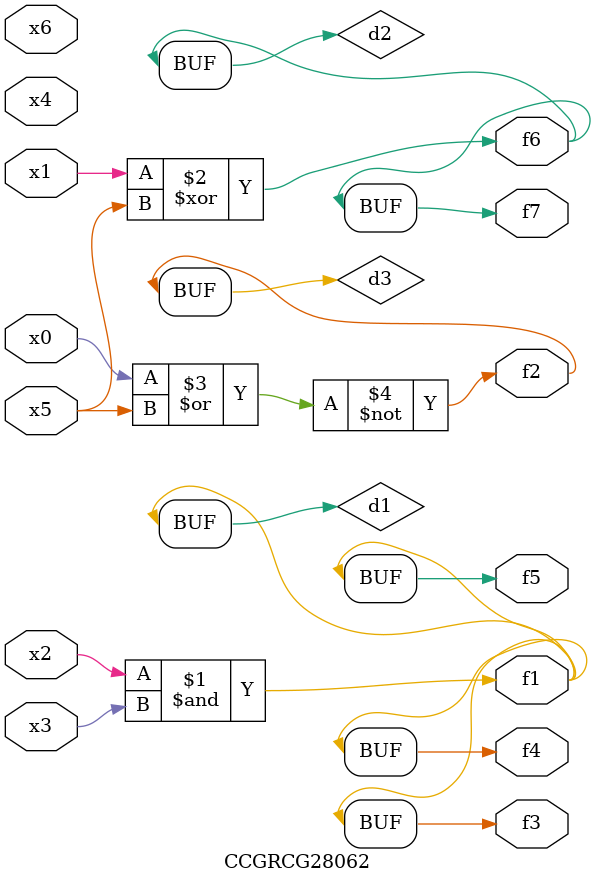
<source format=v>
module CCGRCG28062(
	input x0, x1, x2, x3, x4, x5, x6,
	output f1, f2, f3, f4, f5, f6, f7
);

	wire d1, d2, d3;

	and (d1, x2, x3);
	xor (d2, x1, x5);
	nor (d3, x0, x5);
	assign f1 = d1;
	assign f2 = d3;
	assign f3 = d1;
	assign f4 = d1;
	assign f5 = d1;
	assign f6 = d2;
	assign f7 = d2;
endmodule

</source>
